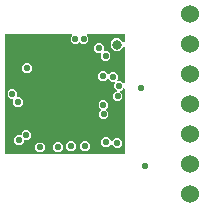
<source format=gbr>
G04 EAGLE Gerber X2 export*
%TF.Part,Single*%
%TF.FileFunction,Copper,L3,Inr,Mixed*%
%TF.FilePolarity,Positive*%
%TF.GenerationSoftware,Autodesk,EAGLE,8.7.1*%
%TF.CreationDate,2018-04-15T23:48:00Z*%
G75*
%MOMM*%
%FSLAX34Y34*%
%LPD*%
%AMOC8*
5,1,8,0,0,1.08239X$1,22.5*%
G01*
%ADD10C,1.524000*%
%ADD11C,0.558800*%
%ADD12C,0.804800*%

G36*
X100020Y-758D02*
X100020Y-758D01*
X100039Y-760D01*
X100141Y-738D01*
X100243Y-722D01*
X100260Y-712D01*
X100280Y-708D01*
X100369Y-655D01*
X100460Y-606D01*
X100474Y-592D01*
X100491Y-582D01*
X100558Y-503D01*
X100630Y-428D01*
X100638Y-410D01*
X100651Y-395D01*
X100690Y-299D01*
X100733Y-205D01*
X100735Y-185D01*
X100743Y-167D01*
X100761Y0D01*
X100761Y54175D01*
X100750Y54246D01*
X100748Y54317D01*
X100730Y54366D01*
X100722Y54418D01*
X100688Y54481D01*
X100663Y54548D01*
X100631Y54589D01*
X100606Y54635D01*
X100555Y54684D01*
X100510Y54741D01*
X100466Y54769D01*
X100428Y54805D01*
X100363Y54835D01*
X100303Y54874D01*
X100252Y54886D01*
X100205Y54908D01*
X100134Y54916D01*
X100064Y54934D01*
X100012Y54930D01*
X99961Y54935D01*
X99890Y54920D01*
X99819Y54914D01*
X99771Y54894D01*
X99720Y54883D01*
X99659Y54846D01*
X99593Y54818D01*
X99537Y54773D01*
X99509Y54757D01*
X99494Y54739D01*
X99462Y54713D01*
X97684Y52935D01*
X97325Y52935D01*
X97254Y52924D01*
X97183Y52922D01*
X97134Y52904D01*
X97082Y52896D01*
X97019Y52862D01*
X96952Y52837D01*
X96911Y52805D01*
X96865Y52780D01*
X96816Y52728D01*
X96760Y52684D01*
X96731Y52640D01*
X96696Y52602D01*
X96665Y52537D01*
X96627Y52477D01*
X96614Y52426D01*
X96592Y52379D01*
X96584Y52308D01*
X96567Y52238D01*
X96571Y52186D01*
X96565Y52135D01*
X96580Y52064D01*
X96586Y51993D01*
X96606Y51945D01*
X96617Y51894D01*
X96654Y51833D01*
X96682Y51767D01*
X96727Y51711D01*
X96743Y51683D01*
X96761Y51668D01*
X96787Y51636D01*
X98739Y49684D01*
X98739Y46316D01*
X96358Y43935D01*
X92990Y43935D01*
X90609Y46316D01*
X90609Y49684D01*
X92990Y52065D01*
X93349Y52065D01*
X93420Y52076D01*
X93492Y52078D01*
X93540Y52096D01*
X93592Y52104D01*
X93655Y52138D01*
X93723Y52163D01*
X93763Y52195D01*
X93809Y52220D01*
X93859Y52272D01*
X93915Y52316D01*
X93943Y52360D01*
X93979Y52398D01*
X94009Y52463D01*
X94048Y52523D01*
X94060Y52574D01*
X94082Y52621D01*
X94090Y52692D01*
X94108Y52762D01*
X94104Y52814D01*
X94109Y52865D01*
X94094Y52936D01*
X94088Y53007D01*
X94068Y53055D01*
X94057Y53106D01*
X94020Y53167D01*
X93992Y53233D01*
X93947Y53289D01*
X93931Y53317D01*
X93913Y53332D01*
X93887Y53364D01*
X91935Y55316D01*
X91935Y58684D01*
X92575Y59323D01*
X92617Y59382D01*
X92666Y59434D01*
X92688Y59481D01*
X92718Y59523D01*
X92740Y59592D01*
X92770Y59657D01*
X92775Y59708D01*
X92791Y59758D01*
X92789Y59830D01*
X92797Y59901D01*
X92786Y59952D01*
X92784Y60004D01*
X92760Y60071D01*
X92745Y60141D01*
X92718Y60186D01*
X92700Y60235D01*
X92655Y60291D01*
X92618Y60353D01*
X92579Y60386D01*
X92546Y60427D01*
X92486Y60466D01*
X92432Y60512D01*
X92383Y60532D01*
X92339Y60560D01*
X92270Y60578D01*
X92203Y60604D01*
X92132Y60612D01*
X92101Y60620D01*
X92078Y60618D01*
X92037Y60623D01*
X89502Y60623D01*
X87099Y63026D01*
X87083Y63037D01*
X87070Y63053D01*
X86983Y63109D01*
X86899Y63169D01*
X86880Y63175D01*
X86863Y63186D01*
X86763Y63211D01*
X86664Y63241D01*
X86644Y63241D01*
X86625Y63246D01*
X86522Y63238D01*
X86418Y63235D01*
X86400Y63228D01*
X86380Y63227D01*
X86285Y63186D01*
X86187Y63151D01*
X86172Y63138D01*
X86153Y63130D01*
X86022Y63026D01*
X84210Y61213D01*
X80843Y61213D01*
X78462Y63594D01*
X78462Y66962D01*
X80843Y69343D01*
X84210Y69343D01*
X86613Y66940D01*
X86629Y66928D01*
X86641Y66913D01*
X86729Y66857D01*
X86813Y66796D01*
X86832Y66791D01*
X86848Y66780D01*
X86949Y66754D01*
X87048Y66724D01*
X87068Y66725D01*
X87087Y66720D01*
X87190Y66728D01*
X87294Y66730D01*
X87312Y66737D01*
X87332Y66739D01*
X87427Y66779D01*
X87525Y66815D01*
X87540Y66827D01*
X87558Y66835D01*
X87689Y66940D01*
X89502Y68752D01*
X92869Y68752D01*
X95250Y66371D01*
X95250Y63004D01*
X94610Y62364D01*
X94569Y62306D01*
X94519Y62254D01*
X94497Y62207D01*
X94467Y62165D01*
X94446Y62096D01*
X94416Y62031D01*
X94410Y61979D01*
X94395Y61929D01*
X94396Y61858D01*
X94388Y61787D01*
X94400Y61736D01*
X94401Y61684D01*
X94426Y61616D01*
X94441Y61546D01*
X94467Y61501D01*
X94485Y61453D01*
X94530Y61397D01*
X94567Y61335D01*
X94606Y61301D01*
X94639Y61261D01*
X94699Y61222D01*
X94754Y61175D01*
X94802Y61156D01*
X94846Y61128D01*
X94915Y61110D01*
X94982Y61083D01*
X95053Y61075D01*
X95084Y61067D01*
X95108Y61069D01*
X95149Y61065D01*
X97684Y61065D01*
X99462Y59287D01*
X99520Y59245D01*
X99572Y59195D01*
X99619Y59173D01*
X99661Y59143D01*
X99730Y59122D01*
X99795Y59092D01*
X99847Y59086D01*
X99897Y59071D01*
X99968Y59073D01*
X100039Y59065D01*
X100090Y59076D01*
X100142Y59077D01*
X100210Y59102D01*
X100280Y59117D01*
X100324Y59144D01*
X100373Y59162D01*
X100429Y59206D01*
X100491Y59243D01*
X100525Y59283D01*
X100565Y59315D01*
X100604Y59376D01*
X100651Y59430D01*
X100670Y59478D01*
X100698Y59522D01*
X100716Y59592D01*
X100743Y59658D01*
X100751Y59730D01*
X100759Y59761D01*
X100757Y59784D01*
X100761Y59825D01*
X100761Y89436D01*
X100750Y89506D01*
X100748Y89578D01*
X100730Y89627D01*
X100722Y89678D01*
X100688Y89742D01*
X100663Y89809D01*
X100631Y89850D01*
X100606Y89896D01*
X100555Y89945D01*
X100510Y90001D01*
X100466Y90029D01*
X100428Y90065D01*
X100363Y90095D01*
X100303Y90134D01*
X100252Y90147D01*
X100205Y90169D01*
X100134Y90177D01*
X100064Y90194D01*
X100012Y90190D01*
X99961Y90196D01*
X99890Y90181D01*
X99819Y90175D01*
X99771Y90155D01*
X99720Y90144D01*
X99659Y90107D01*
X99593Y90079D01*
X99537Y90034D01*
X99509Y90017D01*
X99494Y90000D01*
X99462Y89974D01*
X96193Y86705D01*
X91807Y86705D01*
X88705Y89807D01*
X88705Y94193D01*
X91807Y97295D01*
X96193Y97295D01*
X99462Y94026D01*
X99520Y93984D01*
X99572Y93935D01*
X99619Y93913D01*
X99661Y93883D01*
X99730Y93862D01*
X99795Y93831D01*
X99847Y93826D01*
X99897Y93810D01*
X99968Y93812D01*
X100039Y93804D01*
X100090Y93815D01*
X100142Y93817D01*
X100210Y93841D01*
X100280Y93856D01*
X100324Y93883D01*
X100373Y93901D01*
X100429Y93946D01*
X100491Y93983D01*
X100525Y94022D01*
X100565Y94055D01*
X100604Y94115D01*
X100651Y94170D01*
X100670Y94218D01*
X100698Y94262D01*
X100716Y94331D01*
X100743Y94398D01*
X100751Y94469D01*
X100759Y94500D01*
X100757Y94524D01*
X100761Y94564D01*
X100761Y100000D01*
X100758Y100020D01*
X100760Y100039D01*
X100738Y100141D01*
X100722Y100243D01*
X100712Y100260D01*
X100708Y100280D01*
X100655Y100369D01*
X100606Y100460D01*
X100592Y100474D01*
X100582Y100491D01*
X100503Y100558D01*
X100428Y100630D01*
X100410Y100638D01*
X100395Y100651D01*
X100299Y100690D01*
X100205Y100733D01*
X100185Y100735D01*
X100167Y100743D01*
X100000Y100761D01*
X69412Y100761D01*
X69342Y100750D01*
X69270Y100748D01*
X69221Y100730D01*
X69170Y100722D01*
X69106Y100688D01*
X69039Y100663D01*
X68998Y100631D01*
X68952Y100606D01*
X68903Y100555D01*
X68847Y100510D01*
X68819Y100466D01*
X68783Y100428D01*
X68753Y100363D01*
X68714Y100303D01*
X68701Y100252D01*
X68679Y100205D01*
X68671Y100134D01*
X68654Y100064D01*
X68658Y100012D01*
X68652Y99961D01*
X68667Y99890D01*
X68673Y99819D01*
X68693Y99771D01*
X68704Y99720D01*
X68741Y99659D01*
X68769Y99593D01*
X68814Y99537D01*
X68831Y99509D01*
X68848Y99494D01*
X68874Y99462D01*
X69899Y98437D01*
X69899Y95070D01*
X67518Y92689D01*
X64150Y92689D01*
X62885Y93954D01*
X62869Y93965D01*
X62857Y93981D01*
X62769Y94037D01*
X62686Y94097D01*
X62667Y94103D01*
X62650Y94114D01*
X62549Y94139D01*
X62451Y94170D01*
X62431Y94169D01*
X62411Y94174D01*
X62308Y94166D01*
X62205Y94163D01*
X62186Y94156D01*
X62166Y94155D01*
X62071Y94114D01*
X61974Y94079D01*
X61958Y94066D01*
X61940Y94058D01*
X61809Y93954D01*
X60660Y92804D01*
X57292Y92804D01*
X54911Y95186D01*
X54911Y98553D01*
X55820Y99462D01*
X55862Y99520D01*
X55911Y99572D01*
X55933Y99619D01*
X55964Y99661D01*
X55985Y99730D01*
X56015Y99795D01*
X56021Y99847D01*
X56036Y99897D01*
X56034Y99968D01*
X56042Y100039D01*
X56031Y100090D01*
X56030Y100142D01*
X56005Y100210D01*
X55990Y100280D01*
X55963Y100324D01*
X55945Y100373D01*
X55900Y100429D01*
X55864Y100491D01*
X55824Y100525D01*
X55791Y100565D01*
X55731Y100604D01*
X55677Y100651D01*
X55628Y100670D01*
X55585Y100698D01*
X55515Y100716D01*
X55448Y100743D01*
X55377Y100751D01*
X55346Y100759D01*
X55323Y100757D01*
X55282Y100761D01*
X0Y100761D01*
X-20Y100758D01*
X-39Y100760D01*
X-141Y100738D01*
X-243Y100722D01*
X-260Y100712D01*
X-280Y100708D01*
X-369Y100655D01*
X-460Y100606D01*
X-474Y100592D01*
X-491Y100582D01*
X-558Y100503D01*
X-630Y100428D01*
X-638Y100410D01*
X-651Y100395D01*
X-690Y100299D01*
X-733Y100205D01*
X-735Y100185D01*
X-743Y100167D01*
X-761Y100000D01*
X-761Y0D01*
X-758Y-20D01*
X-760Y-39D01*
X-738Y-141D01*
X-722Y-243D01*
X-712Y-260D01*
X-708Y-280D01*
X-655Y-369D01*
X-606Y-460D01*
X-592Y-474D01*
X-582Y-491D01*
X-503Y-558D01*
X-428Y-630D01*
X-410Y-638D01*
X-395Y-651D01*
X-299Y-690D01*
X-205Y-733D01*
X-185Y-735D01*
X-167Y-743D01*
X0Y-761D01*
X100000Y-761D01*
X100020Y-758D01*
G37*
%LPC*%
G36*
X92573Y4781D02*
X92573Y4781D01*
X89976Y7378D01*
X89960Y7390D01*
X89947Y7405D01*
X89860Y7461D01*
X89776Y7522D01*
X89757Y7527D01*
X89740Y7538D01*
X89640Y7564D01*
X89541Y7594D01*
X89521Y7593D01*
X89502Y7598D01*
X89399Y7590D01*
X89295Y7588D01*
X89276Y7581D01*
X89257Y7579D01*
X89162Y7539D01*
X89064Y7503D01*
X89049Y7491D01*
X89030Y7483D01*
X88899Y7378D01*
X86796Y5275D01*
X83429Y5275D01*
X81048Y7656D01*
X81048Y11023D01*
X83429Y13405D01*
X86796Y13405D01*
X89393Y10807D01*
X89410Y10796D01*
X89422Y10780D01*
X89509Y10724D01*
X89593Y10664D01*
X89612Y10658D01*
X89629Y10647D01*
X89729Y10622D01*
X89828Y10592D01*
X89848Y10592D01*
X89868Y10587D01*
X89970Y10595D01*
X90074Y10598D01*
X90093Y10605D01*
X90113Y10606D01*
X90208Y10647D01*
X90305Y10682D01*
X90321Y10695D01*
X90339Y10703D01*
X90470Y10807D01*
X92573Y12910D01*
X95940Y12910D01*
X98321Y10529D01*
X98321Y7162D01*
X95940Y4781D01*
X92573Y4781D01*
G37*
%LPD*%
%LPC*%
G36*
X82833Y78197D02*
X82833Y78197D01*
X80452Y80578D01*
X80452Y84074D01*
X80448Y84094D01*
X80451Y84113D01*
X80429Y84215D01*
X80412Y84317D01*
X80403Y84334D01*
X80398Y84354D01*
X80345Y84443D01*
X80297Y84534D01*
X80282Y84548D01*
X80272Y84565D01*
X80193Y84632D01*
X80118Y84704D01*
X80100Y84712D01*
X80085Y84725D01*
X79989Y84764D01*
X79895Y84807D01*
X79876Y84809D01*
X79857Y84817D01*
X79690Y84835D01*
X77056Y84835D01*
X74675Y87216D01*
X74675Y90584D01*
X77056Y92965D01*
X80424Y92965D01*
X82805Y90584D01*
X82805Y87088D01*
X82808Y87068D01*
X82806Y87048D01*
X82828Y86947D01*
X82844Y86845D01*
X82854Y86827D01*
X82858Y86808D01*
X82911Y86719D01*
X82960Y86628D01*
X82974Y86614D01*
X82984Y86597D01*
X83063Y86529D01*
X83138Y86458D01*
X83156Y86450D01*
X83171Y86437D01*
X83267Y86398D01*
X83361Y86355D01*
X83381Y86352D01*
X83399Y86345D01*
X83566Y86326D01*
X86200Y86326D01*
X88581Y83945D01*
X88581Y80578D01*
X86200Y78197D01*
X82833Y78197D01*
G37*
%LPD*%
%LPC*%
G36*
X8715Y39160D02*
X8715Y39160D01*
X6334Y41541D01*
X6334Y45125D01*
X6331Y45144D01*
X6333Y45164D01*
X6311Y45265D01*
X6294Y45367D01*
X6285Y45385D01*
X6280Y45404D01*
X6227Y45493D01*
X6179Y45585D01*
X6164Y45598D01*
X6154Y45616D01*
X6076Y45683D01*
X6001Y45754D01*
X5983Y45762D01*
X5967Y45775D01*
X5871Y45814D01*
X5777Y45858D01*
X5758Y45860D01*
X5739Y45867D01*
X5572Y45886D01*
X3889Y45886D01*
X1508Y48267D01*
X1508Y51634D01*
X3889Y54015D01*
X7256Y54015D01*
X9637Y51634D01*
X9637Y48051D01*
X9640Y48031D01*
X9638Y48011D01*
X9660Y47910D01*
X9677Y47808D01*
X9686Y47790D01*
X9690Y47771D01*
X9744Y47682D01*
X9792Y47590D01*
X9806Y47577D01*
X9817Y47560D01*
X9895Y47492D01*
X9970Y47421D01*
X9988Y47413D01*
X10004Y47400D01*
X10100Y47361D01*
X10193Y47317D01*
X10213Y47315D01*
X10232Y47308D01*
X10398Y47289D01*
X12082Y47289D01*
X14463Y44908D01*
X14463Y41541D01*
X12082Y39160D01*
X8715Y39160D01*
G37*
%LPD*%
%LPC*%
G36*
X81221Y28929D02*
X81221Y28929D01*
X78840Y31310D01*
X78840Y34678D01*
X80354Y36192D01*
X80366Y36208D01*
X80381Y36221D01*
X80437Y36308D01*
X80498Y36392D01*
X80503Y36411D01*
X80514Y36428D01*
X80540Y36528D01*
X80570Y36627D01*
X80569Y36647D01*
X80574Y36666D01*
X80566Y36769D01*
X80564Y36873D01*
X80557Y36892D01*
X80555Y36912D01*
X80515Y37006D01*
X80479Y37104D01*
X80467Y37120D01*
X80459Y37138D01*
X80354Y37269D01*
X78558Y39065D01*
X78558Y42433D01*
X80939Y44814D01*
X84306Y44814D01*
X86687Y42433D01*
X86687Y39065D01*
X85173Y37551D01*
X85161Y37535D01*
X85146Y37522D01*
X85089Y37435D01*
X85029Y37351D01*
X85023Y37332D01*
X85013Y37315D01*
X84987Y37215D01*
X84957Y37116D01*
X84957Y37096D01*
X84952Y37077D01*
X84961Y36974D01*
X84963Y36870D01*
X84970Y36851D01*
X84972Y36831D01*
X85012Y36737D01*
X85048Y36639D01*
X85060Y36623D01*
X85068Y36605D01*
X85173Y36474D01*
X86969Y34678D01*
X86969Y31310D01*
X84588Y28929D01*
X81221Y28929D01*
G37*
%LPD*%
%LPC*%
G36*
X9617Y7299D02*
X9617Y7299D01*
X7236Y9680D01*
X7236Y13047D01*
X9617Y15428D01*
X12703Y15428D01*
X12723Y15431D01*
X12743Y15429D01*
X12844Y15451D01*
X12946Y15468D01*
X12963Y15477D01*
X12983Y15481D01*
X13072Y15535D01*
X13163Y15583D01*
X13177Y15597D01*
X13194Y15608D01*
X13261Y15686D01*
X13333Y15761D01*
X13341Y15779D01*
X13354Y15795D01*
X13393Y15891D01*
X13436Y15984D01*
X13438Y16004D01*
X13446Y16023D01*
X13464Y16189D01*
X13464Y16939D01*
X15845Y19320D01*
X19213Y19320D01*
X21594Y16939D01*
X21594Y13572D01*
X19213Y11191D01*
X16127Y11191D01*
X16107Y11187D01*
X16087Y11190D01*
X15986Y11168D01*
X15884Y11151D01*
X15866Y11142D01*
X15847Y11137D01*
X15758Y11084D01*
X15667Y11036D01*
X15653Y11021D01*
X15636Y11011D01*
X15568Y10932D01*
X15497Y10857D01*
X15489Y10839D01*
X15476Y10824D01*
X15437Y10728D01*
X15394Y10634D01*
X15391Y10615D01*
X15384Y10596D01*
X15365Y10429D01*
X15365Y9680D01*
X12984Y7299D01*
X9617Y7299D01*
G37*
%LPD*%
%LPC*%
G36*
X16316Y67935D02*
X16316Y67935D01*
X13935Y70316D01*
X13935Y73684D01*
X16316Y76065D01*
X19684Y76065D01*
X22065Y73684D01*
X22065Y70316D01*
X19684Y67935D01*
X16316Y67935D01*
G37*
%LPD*%
%LPC*%
G36*
X65372Y2031D02*
X65372Y2031D01*
X62991Y4412D01*
X62991Y7780D01*
X65372Y10161D01*
X68740Y10161D01*
X71121Y7780D01*
X71121Y4412D01*
X68740Y2031D01*
X65372Y2031D01*
G37*
%LPD*%
%LPC*%
G36*
X53316Y1935D02*
X53316Y1935D01*
X50935Y4316D01*
X50935Y7684D01*
X53316Y10065D01*
X56684Y10065D01*
X59065Y7684D01*
X59065Y4316D01*
X56684Y1935D01*
X53316Y1935D01*
G37*
%LPD*%
%LPC*%
G36*
X42316Y935D02*
X42316Y935D01*
X39935Y3316D01*
X39935Y6684D01*
X42316Y9065D01*
X45684Y9065D01*
X48065Y6684D01*
X48065Y3316D01*
X45684Y935D01*
X42316Y935D01*
G37*
%LPD*%
%LPC*%
G36*
X27449Y804D02*
X27449Y804D01*
X25068Y3185D01*
X25068Y6552D01*
X27449Y8933D01*
X30817Y8933D01*
X33198Y6552D01*
X33198Y3185D01*
X30817Y804D01*
X27449Y804D01*
G37*
%LPD*%
D10*
X156400Y117800D03*
X156400Y92400D03*
X156400Y67000D03*
X156400Y41600D03*
X156400Y16200D03*
X156400Y-9200D03*
X156400Y-34600D03*
D11*
X114300Y54864D03*
X82622Y40749D03*
X94674Y48000D03*
X96000Y57000D03*
X67056Y6096D03*
X82904Y32994D03*
X48895Y94447D03*
D12*
X94250Y82682D03*
D11*
X3674Y11278D03*
X7853Y4397D03*
X35991Y4675D03*
X46462Y43500D03*
X3500Y41000D03*
X4000Y58000D03*
X44000Y25000D03*
X42000Y94000D03*
X76340Y9192D03*
X30000Y25000D03*
X55000Y25000D03*
X30000Y34000D03*
X38981Y36019D03*
X30000Y60000D03*
X50000Y35000D03*
X47752Y86868D03*
D12*
X94000Y92000D03*
D11*
X17529Y15255D03*
X11301Y11363D03*
X29133Y4868D03*
X44000Y5000D03*
X18000Y72000D03*
X85113Y9340D03*
X55000Y6000D03*
X94257Y8846D03*
X117638Y-10474D03*
X78740Y88900D03*
X82526Y65278D03*
X10398Y43225D03*
X65834Y96753D03*
X5572Y49951D03*
X58976Y96869D03*
X91185Y64688D03*
X84516Y82262D03*
M02*

</source>
